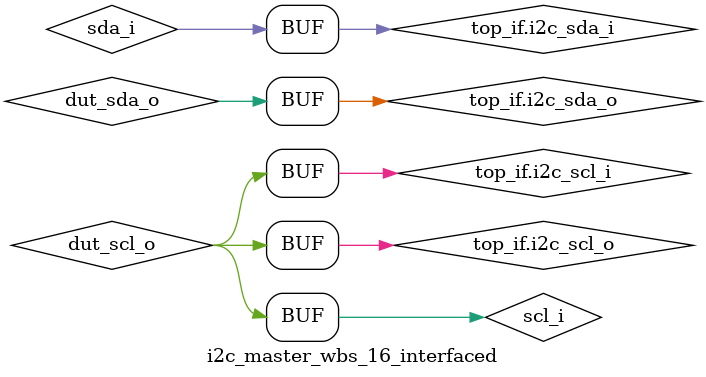
<source format=sv>
/**
 * Top Level DUT's Interface
 */
interface top_interface;

// Generic signals
logic        clk;
logic        rst;

// Host interface
logic  [2:0] wbs_adr_i;   // ADR_I() address
logic  [15:0] wbs_dat_i;   // DAT_I() data in
logic  [15:0] wbs_dat_o;   // DAT_O() data out
logic  [1:0] wbs_sel_i;  //SEL_I Selector
logic        wbs_we_i;    // WE_I write enable input
logic        wbs_stb_i;   // STB_I strobe input
logic        wbs_ack_o;   // ACK_O acknowledge output
logic        wbs_cyc_i;   // CYC_I cycle input

// I2C interface
logic        i2c_scl_i;
logic        i2c_scl_o;
logic        i2c_scl_t;
logic        i2c_sda_i;
logic        i2c_sda_o;
logic        i2c_sda_t;

// Responder interface
logic        resp_sda_o;


/**
 * Modports
 */
// master agent driver
modport driver(
    // Generic signals
    input           clk,
    output          rst,

    // Host interface
    output          wbs_adr_i,
    output          wbs_dat_i,
    input           wbs_dat_o,
    output          wbs_we_i,
    output           wbs_sel_i, 
    output          wbs_stb_i,
    input           wbs_ack_o,
    output          wbs_cyc_i,

    // I2C interface
    input           i2c_scl_i,
    input           i2c_scl_o,
    input           i2c_scl_t,
    input           i2c_sda_i,
    input           i2c_sda_o,
    input           i2c_sda_t
);
// slave agent driver
modport driver_slave(
    // Generic signals
    input           clk,
    input          rst,

    // Host interface
    input          wbs_adr_i,
    input          wbs_dat_i,
    input           wbs_dat_o,
    input          wbs_we_i, 
    input          wbs_stb_i,
    input           wbs_ack_o,
    input          wbs_cyc_i,

    // I2C interface
    output          i2c_scl_i,
    input           i2c_scl_o,
    input           i2c_scl_t,
    output          i2c_sda_i,
    input           i2c_sda_o,
    input           i2c_sda_t,

    output          resp_sda_o
);
// monitor
modport monitor(
    // Generic signals
    input           clk,
    input           rst,

    // Host interface
    input           wbs_adr_i,
    input           wbs_dat_i,
    input           wbs_dat_o,
    input           wbs_we_i, 
    input           wbs_stb_i,
    input           wbs_ack_o,
    input           wbs_cyc_i,

    // I2C interface
    input           i2c_scl_i,
    input           i2c_scl_o,
    input           i2c_scl_t,
    input           i2c_sda_i,
    input           i2c_sda_o,
    input           i2c_sda_t
);
endinterface

/**
 * Interfaced Top Level DUT
 */
module i2c_master_wbs_16_interfaced (top_interface top_if);

wire sda_i;
wire dut_sda_o;
wire scl_i;
wire dut_scl_o;

// connect scl and sda for inout operation
assign sda_i = dut_sda_o & top_if.resp_sda_o;
assign scl_i = dut_scl_o;

assign top_if.i2c_scl_i = scl_i;
assign top_if.i2c_sda_i = sda_i;
assign top_if.i2c_scl_o = dut_scl_o;
assign top_if.i2c_sda_o = dut_sda_o;

// DUT
i2c_master_wbs_16 DUT(
    // Generic signals
    .clk(top_if.clk),
    .rst(top_if.rst),

    // Host interface
    .wbs_adr_i(top_if.wbs_adr_i),
    .wbs_dat_i(top_if.wbs_dat_i),
    .wbs_dat_o(top_if.wbs_dat_o),
    .wbs_we_i(top_if.wbs_we_i),
    .wbs_sel_i(top_if.wbs_sel_i), 
    .wbs_stb_i(top_if.wbs_stb_i),
    .wbs_ack_o(top_if.wbs_ack_o),
    .wbs_cyc_i(top_if.wbs_cyc_i),

    // I2C interface
    .i2c_scl_i(scl_i),
    .i2c_scl_o(dut_scl_o),
    .i2c_scl_t(top_if.i2c_scl_t),
    .i2c_sda_i(sda_i),
    .i2c_sda_o(dut_sda_o),
    .i2c_sda_t(top_if.i2c_sda_t)
);
endmodule
</source>
